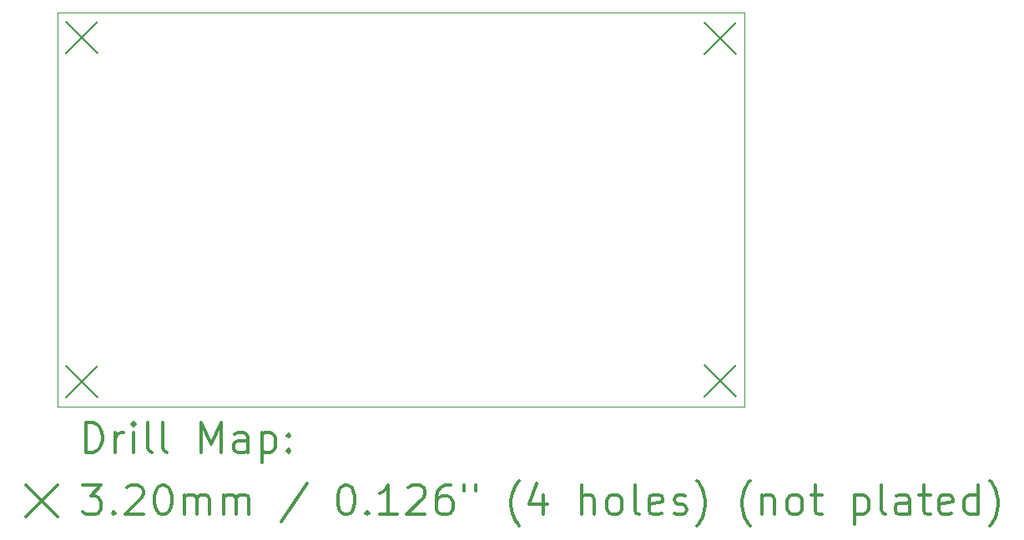
<source format=gbr>
%FSLAX45Y45*%
G04 Gerber Fmt 4.5, Leading zero omitted, Abs format (unit mm)*
G04 Created by KiCad (PCBNEW (5.1.4)-1) date 2021-02-21 00:24:14*
%MOMM*%
%LPD*%
G04 APERTURE LIST*
%ADD10C,0.050000*%
%ADD11C,0.200000*%
%ADD12C,0.300000*%
G04 APERTURE END LIST*
D10*
X11475550Y-7696640D02*
X18446100Y-7696640D01*
X11475550Y-11696640D02*
X11475550Y-7696640D01*
X18446100Y-11696640D02*
X11475550Y-11696640D01*
X18446100Y-7696640D02*
X18446100Y-11696640D01*
D11*
X18036100Y-11275340D02*
X18356100Y-11595340D01*
X18356100Y-11275340D02*
X18036100Y-11595340D01*
X11561750Y-11286640D02*
X11881750Y-11606640D01*
X11881750Y-11286640D02*
X11561750Y-11606640D01*
X18036100Y-7800340D02*
X18356100Y-8120340D01*
X18356100Y-7800340D02*
X18036100Y-8120340D01*
X11561750Y-7786640D02*
X11881750Y-8106640D01*
X11881750Y-7786640D02*
X11561750Y-8106640D01*
D12*
X11759478Y-12164854D02*
X11759478Y-11864854D01*
X11830907Y-11864854D01*
X11873764Y-11879140D01*
X11902336Y-11907711D01*
X11916621Y-11936283D01*
X11930907Y-11993426D01*
X11930907Y-12036283D01*
X11916621Y-12093426D01*
X11902336Y-12121997D01*
X11873764Y-12150569D01*
X11830907Y-12164854D01*
X11759478Y-12164854D01*
X12059478Y-12164854D02*
X12059478Y-11964854D01*
X12059478Y-12021997D02*
X12073764Y-11993426D01*
X12088050Y-11979140D01*
X12116621Y-11964854D01*
X12145193Y-11964854D01*
X12245193Y-12164854D02*
X12245193Y-11964854D01*
X12245193Y-11864854D02*
X12230907Y-11879140D01*
X12245193Y-11893426D01*
X12259478Y-11879140D01*
X12245193Y-11864854D01*
X12245193Y-11893426D01*
X12430907Y-12164854D02*
X12402336Y-12150569D01*
X12388050Y-12121997D01*
X12388050Y-11864854D01*
X12588050Y-12164854D02*
X12559478Y-12150569D01*
X12545193Y-12121997D01*
X12545193Y-11864854D01*
X12930907Y-12164854D02*
X12930907Y-11864854D01*
X13030907Y-12079140D01*
X13130907Y-11864854D01*
X13130907Y-12164854D01*
X13402336Y-12164854D02*
X13402336Y-12007711D01*
X13388050Y-11979140D01*
X13359478Y-11964854D01*
X13302336Y-11964854D01*
X13273764Y-11979140D01*
X13402336Y-12150569D02*
X13373764Y-12164854D01*
X13302336Y-12164854D01*
X13273764Y-12150569D01*
X13259478Y-12121997D01*
X13259478Y-12093426D01*
X13273764Y-12064854D01*
X13302336Y-12050569D01*
X13373764Y-12050569D01*
X13402336Y-12036283D01*
X13545193Y-11964854D02*
X13545193Y-12264854D01*
X13545193Y-11979140D02*
X13573764Y-11964854D01*
X13630907Y-11964854D01*
X13659478Y-11979140D01*
X13673764Y-11993426D01*
X13688050Y-12021997D01*
X13688050Y-12107711D01*
X13673764Y-12136283D01*
X13659478Y-12150569D01*
X13630907Y-12164854D01*
X13573764Y-12164854D01*
X13545193Y-12150569D01*
X13816621Y-12136283D02*
X13830907Y-12150569D01*
X13816621Y-12164854D01*
X13802336Y-12150569D01*
X13816621Y-12136283D01*
X13816621Y-12164854D01*
X13816621Y-11979140D02*
X13830907Y-11993426D01*
X13816621Y-12007711D01*
X13802336Y-11993426D01*
X13816621Y-11979140D01*
X13816621Y-12007711D01*
X11153050Y-12499140D02*
X11473050Y-12819140D01*
X11473050Y-12499140D02*
X11153050Y-12819140D01*
X11730907Y-12494854D02*
X11916621Y-12494854D01*
X11816621Y-12609140D01*
X11859478Y-12609140D01*
X11888050Y-12623426D01*
X11902336Y-12637711D01*
X11916621Y-12666283D01*
X11916621Y-12737711D01*
X11902336Y-12766283D01*
X11888050Y-12780569D01*
X11859478Y-12794854D01*
X11773764Y-12794854D01*
X11745193Y-12780569D01*
X11730907Y-12766283D01*
X12045193Y-12766283D02*
X12059478Y-12780569D01*
X12045193Y-12794854D01*
X12030907Y-12780569D01*
X12045193Y-12766283D01*
X12045193Y-12794854D01*
X12173764Y-12523426D02*
X12188050Y-12509140D01*
X12216621Y-12494854D01*
X12288050Y-12494854D01*
X12316621Y-12509140D01*
X12330907Y-12523426D01*
X12345193Y-12551997D01*
X12345193Y-12580569D01*
X12330907Y-12623426D01*
X12159478Y-12794854D01*
X12345193Y-12794854D01*
X12530907Y-12494854D02*
X12559478Y-12494854D01*
X12588050Y-12509140D01*
X12602336Y-12523426D01*
X12616621Y-12551997D01*
X12630907Y-12609140D01*
X12630907Y-12680569D01*
X12616621Y-12737711D01*
X12602336Y-12766283D01*
X12588050Y-12780569D01*
X12559478Y-12794854D01*
X12530907Y-12794854D01*
X12502336Y-12780569D01*
X12488050Y-12766283D01*
X12473764Y-12737711D01*
X12459478Y-12680569D01*
X12459478Y-12609140D01*
X12473764Y-12551997D01*
X12488050Y-12523426D01*
X12502336Y-12509140D01*
X12530907Y-12494854D01*
X12759478Y-12794854D02*
X12759478Y-12594854D01*
X12759478Y-12623426D02*
X12773764Y-12609140D01*
X12802336Y-12594854D01*
X12845193Y-12594854D01*
X12873764Y-12609140D01*
X12888050Y-12637711D01*
X12888050Y-12794854D01*
X12888050Y-12637711D02*
X12902336Y-12609140D01*
X12930907Y-12594854D01*
X12973764Y-12594854D01*
X13002336Y-12609140D01*
X13016621Y-12637711D01*
X13016621Y-12794854D01*
X13159478Y-12794854D02*
X13159478Y-12594854D01*
X13159478Y-12623426D02*
X13173764Y-12609140D01*
X13202336Y-12594854D01*
X13245193Y-12594854D01*
X13273764Y-12609140D01*
X13288050Y-12637711D01*
X13288050Y-12794854D01*
X13288050Y-12637711D02*
X13302336Y-12609140D01*
X13330907Y-12594854D01*
X13373764Y-12594854D01*
X13402336Y-12609140D01*
X13416621Y-12637711D01*
X13416621Y-12794854D01*
X14002336Y-12480569D02*
X13745193Y-12866283D01*
X14388050Y-12494854D02*
X14416621Y-12494854D01*
X14445193Y-12509140D01*
X14459478Y-12523426D01*
X14473764Y-12551997D01*
X14488050Y-12609140D01*
X14488050Y-12680569D01*
X14473764Y-12737711D01*
X14459478Y-12766283D01*
X14445193Y-12780569D01*
X14416621Y-12794854D01*
X14388050Y-12794854D01*
X14359478Y-12780569D01*
X14345193Y-12766283D01*
X14330907Y-12737711D01*
X14316621Y-12680569D01*
X14316621Y-12609140D01*
X14330907Y-12551997D01*
X14345193Y-12523426D01*
X14359478Y-12509140D01*
X14388050Y-12494854D01*
X14616621Y-12766283D02*
X14630907Y-12780569D01*
X14616621Y-12794854D01*
X14602336Y-12780569D01*
X14616621Y-12766283D01*
X14616621Y-12794854D01*
X14916621Y-12794854D02*
X14745193Y-12794854D01*
X14830907Y-12794854D02*
X14830907Y-12494854D01*
X14802336Y-12537711D01*
X14773764Y-12566283D01*
X14745193Y-12580569D01*
X15030907Y-12523426D02*
X15045193Y-12509140D01*
X15073764Y-12494854D01*
X15145193Y-12494854D01*
X15173764Y-12509140D01*
X15188050Y-12523426D01*
X15202336Y-12551997D01*
X15202336Y-12580569D01*
X15188050Y-12623426D01*
X15016621Y-12794854D01*
X15202336Y-12794854D01*
X15459478Y-12494854D02*
X15402336Y-12494854D01*
X15373764Y-12509140D01*
X15359478Y-12523426D01*
X15330907Y-12566283D01*
X15316621Y-12623426D01*
X15316621Y-12737711D01*
X15330907Y-12766283D01*
X15345193Y-12780569D01*
X15373764Y-12794854D01*
X15430907Y-12794854D01*
X15459478Y-12780569D01*
X15473764Y-12766283D01*
X15488050Y-12737711D01*
X15488050Y-12666283D01*
X15473764Y-12637711D01*
X15459478Y-12623426D01*
X15430907Y-12609140D01*
X15373764Y-12609140D01*
X15345193Y-12623426D01*
X15330907Y-12637711D01*
X15316621Y-12666283D01*
X15602336Y-12494854D02*
X15602336Y-12551997D01*
X15716621Y-12494854D02*
X15716621Y-12551997D01*
X16159478Y-12909140D02*
X16145193Y-12894854D01*
X16116621Y-12851997D01*
X16102336Y-12823426D01*
X16088050Y-12780569D01*
X16073764Y-12709140D01*
X16073764Y-12651997D01*
X16088050Y-12580569D01*
X16102336Y-12537711D01*
X16116621Y-12509140D01*
X16145193Y-12466283D01*
X16159478Y-12451997D01*
X16402336Y-12594854D02*
X16402336Y-12794854D01*
X16330907Y-12480569D02*
X16259478Y-12694854D01*
X16445193Y-12694854D01*
X16788050Y-12794854D02*
X16788050Y-12494854D01*
X16916621Y-12794854D02*
X16916621Y-12637711D01*
X16902336Y-12609140D01*
X16873764Y-12594854D01*
X16830907Y-12594854D01*
X16802336Y-12609140D01*
X16788050Y-12623426D01*
X17102336Y-12794854D02*
X17073764Y-12780569D01*
X17059478Y-12766283D01*
X17045193Y-12737711D01*
X17045193Y-12651997D01*
X17059478Y-12623426D01*
X17073764Y-12609140D01*
X17102336Y-12594854D01*
X17145193Y-12594854D01*
X17173764Y-12609140D01*
X17188050Y-12623426D01*
X17202336Y-12651997D01*
X17202336Y-12737711D01*
X17188050Y-12766283D01*
X17173764Y-12780569D01*
X17145193Y-12794854D01*
X17102336Y-12794854D01*
X17373764Y-12794854D02*
X17345193Y-12780569D01*
X17330907Y-12751997D01*
X17330907Y-12494854D01*
X17602336Y-12780569D02*
X17573764Y-12794854D01*
X17516621Y-12794854D01*
X17488050Y-12780569D01*
X17473764Y-12751997D01*
X17473764Y-12637711D01*
X17488050Y-12609140D01*
X17516621Y-12594854D01*
X17573764Y-12594854D01*
X17602336Y-12609140D01*
X17616621Y-12637711D01*
X17616621Y-12666283D01*
X17473764Y-12694854D01*
X17730907Y-12780569D02*
X17759478Y-12794854D01*
X17816621Y-12794854D01*
X17845193Y-12780569D01*
X17859478Y-12751997D01*
X17859478Y-12737711D01*
X17845193Y-12709140D01*
X17816621Y-12694854D01*
X17773764Y-12694854D01*
X17745193Y-12680569D01*
X17730907Y-12651997D01*
X17730907Y-12637711D01*
X17745193Y-12609140D01*
X17773764Y-12594854D01*
X17816621Y-12594854D01*
X17845193Y-12609140D01*
X17959478Y-12909140D02*
X17973764Y-12894854D01*
X18002336Y-12851997D01*
X18016621Y-12823426D01*
X18030907Y-12780569D01*
X18045193Y-12709140D01*
X18045193Y-12651997D01*
X18030907Y-12580569D01*
X18016621Y-12537711D01*
X18002336Y-12509140D01*
X17973764Y-12466283D01*
X17959478Y-12451997D01*
X18502336Y-12909140D02*
X18488050Y-12894854D01*
X18459478Y-12851997D01*
X18445193Y-12823426D01*
X18430907Y-12780569D01*
X18416621Y-12709140D01*
X18416621Y-12651997D01*
X18430907Y-12580569D01*
X18445193Y-12537711D01*
X18459478Y-12509140D01*
X18488050Y-12466283D01*
X18502336Y-12451997D01*
X18616621Y-12594854D02*
X18616621Y-12794854D01*
X18616621Y-12623426D02*
X18630907Y-12609140D01*
X18659478Y-12594854D01*
X18702336Y-12594854D01*
X18730907Y-12609140D01*
X18745193Y-12637711D01*
X18745193Y-12794854D01*
X18930907Y-12794854D02*
X18902336Y-12780569D01*
X18888050Y-12766283D01*
X18873764Y-12737711D01*
X18873764Y-12651997D01*
X18888050Y-12623426D01*
X18902336Y-12609140D01*
X18930907Y-12594854D01*
X18973764Y-12594854D01*
X19002336Y-12609140D01*
X19016621Y-12623426D01*
X19030907Y-12651997D01*
X19030907Y-12737711D01*
X19016621Y-12766283D01*
X19002336Y-12780569D01*
X18973764Y-12794854D01*
X18930907Y-12794854D01*
X19116621Y-12594854D02*
X19230907Y-12594854D01*
X19159478Y-12494854D02*
X19159478Y-12751997D01*
X19173764Y-12780569D01*
X19202336Y-12794854D01*
X19230907Y-12794854D01*
X19559478Y-12594854D02*
X19559478Y-12894854D01*
X19559478Y-12609140D02*
X19588050Y-12594854D01*
X19645193Y-12594854D01*
X19673764Y-12609140D01*
X19688050Y-12623426D01*
X19702336Y-12651997D01*
X19702336Y-12737711D01*
X19688050Y-12766283D01*
X19673764Y-12780569D01*
X19645193Y-12794854D01*
X19588050Y-12794854D01*
X19559478Y-12780569D01*
X19873764Y-12794854D02*
X19845193Y-12780569D01*
X19830907Y-12751997D01*
X19830907Y-12494854D01*
X20116621Y-12794854D02*
X20116621Y-12637711D01*
X20102336Y-12609140D01*
X20073764Y-12594854D01*
X20016621Y-12594854D01*
X19988050Y-12609140D01*
X20116621Y-12780569D02*
X20088050Y-12794854D01*
X20016621Y-12794854D01*
X19988050Y-12780569D01*
X19973764Y-12751997D01*
X19973764Y-12723426D01*
X19988050Y-12694854D01*
X20016621Y-12680569D01*
X20088050Y-12680569D01*
X20116621Y-12666283D01*
X20216621Y-12594854D02*
X20330907Y-12594854D01*
X20259478Y-12494854D02*
X20259478Y-12751997D01*
X20273764Y-12780569D01*
X20302336Y-12794854D01*
X20330907Y-12794854D01*
X20545193Y-12780569D02*
X20516621Y-12794854D01*
X20459478Y-12794854D01*
X20430907Y-12780569D01*
X20416621Y-12751997D01*
X20416621Y-12637711D01*
X20430907Y-12609140D01*
X20459478Y-12594854D01*
X20516621Y-12594854D01*
X20545193Y-12609140D01*
X20559478Y-12637711D01*
X20559478Y-12666283D01*
X20416621Y-12694854D01*
X20816621Y-12794854D02*
X20816621Y-12494854D01*
X20816621Y-12780569D02*
X20788050Y-12794854D01*
X20730907Y-12794854D01*
X20702336Y-12780569D01*
X20688050Y-12766283D01*
X20673764Y-12737711D01*
X20673764Y-12651997D01*
X20688050Y-12623426D01*
X20702336Y-12609140D01*
X20730907Y-12594854D01*
X20788050Y-12594854D01*
X20816621Y-12609140D01*
X20930907Y-12909140D02*
X20945193Y-12894854D01*
X20973764Y-12851997D01*
X20988050Y-12823426D01*
X21002336Y-12780569D01*
X21016621Y-12709140D01*
X21016621Y-12651997D01*
X21002336Y-12580569D01*
X20988050Y-12537711D01*
X20973764Y-12509140D01*
X20945193Y-12466283D01*
X20930907Y-12451997D01*
M02*

</source>
